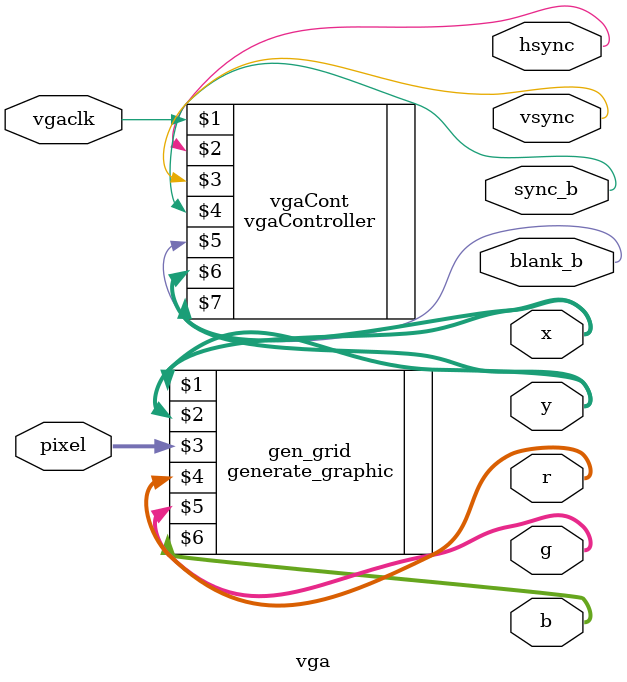
<source format=sv>
module vga(
    input logic vgaclk,
	 input logic [7:0] pixel,
    //output logic vgaclk, // 25.175 MHz VGA clock
    output logic hsync, vsync,
    output logic sync_b, blank_b, // To monitor & DAC
    output logic [7:0] r, g, b, // To video DAC,
    output logic [9:0] x,
	 output logic [9:0] y
);


    // Use a PLL to create the 25.175 MHz VGA pixel clock
    // 25.175 MHz clk period = 39.772 ns
    // Screen is 800 clocks wide by 525 tall, but only 640 x 480 used
    // HSync = 1/(39.772 ns *800) = 31.470 kHz
    // Vsync = 31.474 kHz / 525 = 59.94 Hz (~60 Hz refresh rate)
    // Generate monitor timing signals
    vgaController vgaCont(vgaclk, hsync, vsync, sync_b, blank_b, x, y);

    // Instantiate videoGen module
    generate_graphic gen_grid(x, y, pixel[7:0], r, g, b);

endmodule 
</source>
